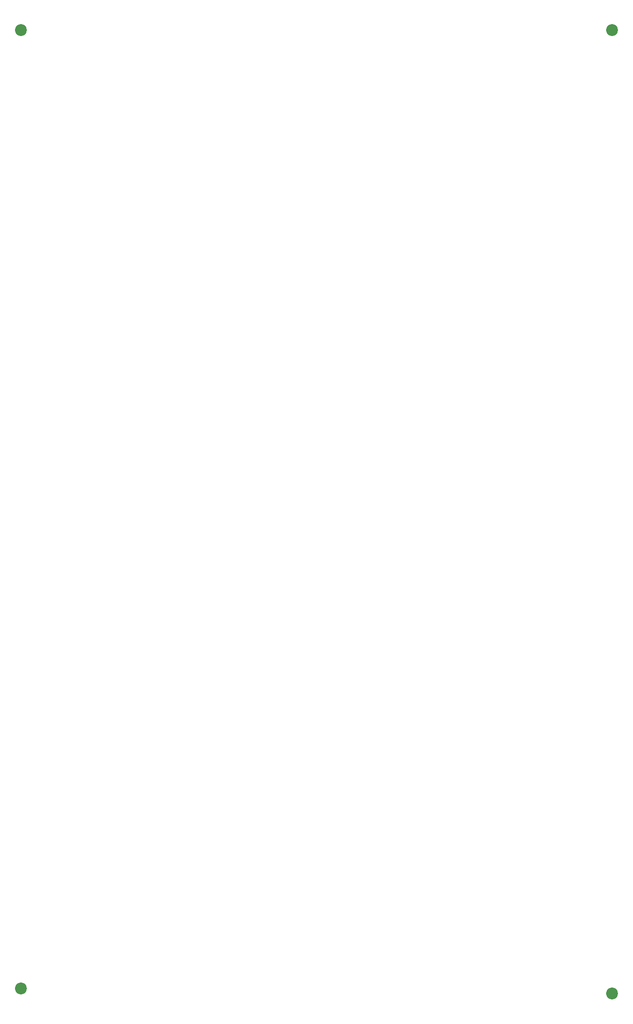
<source format=gbr>
%TF.GenerationSoftware,KiCad,Pcbnew,(5.1.9-0-10_14)*%
%TF.CreationDate,2021-02-22T09:56:50+00:00*%
%TF.ProjectId,Solar_Multiplexer,536f6c61-725f-44d7-956c-7469706c6578,rev?*%
%TF.SameCoordinates,Original*%
%TF.FileFunction,NonPlated,1,2,NPTH,Drill*%
%TF.FilePolarity,Positive*%
%FSLAX46Y46*%
G04 Gerber Fmt 4.6, Leading zero omitted, Abs format (unit mm)*
G04 Created by KiCad (PCBNEW (5.1.9-0-10_14)) date 2021-02-22 09:56:50*
%MOMM*%
%LPD*%
G01*
G04 APERTURE LIST*
%TA.AperFunction,ComponentDrill*%
%ADD10C,2.200000*%
%TD*%
G04 APERTURE END LIST*
D10*
%TO.C,REF\u002A\u002A*%
X-310000000Y-75000000D03*
X-310000000Y-253000000D03*
X-200000000Y-75000000D03*
X-200000000Y-254000000D03*
M02*

</source>
